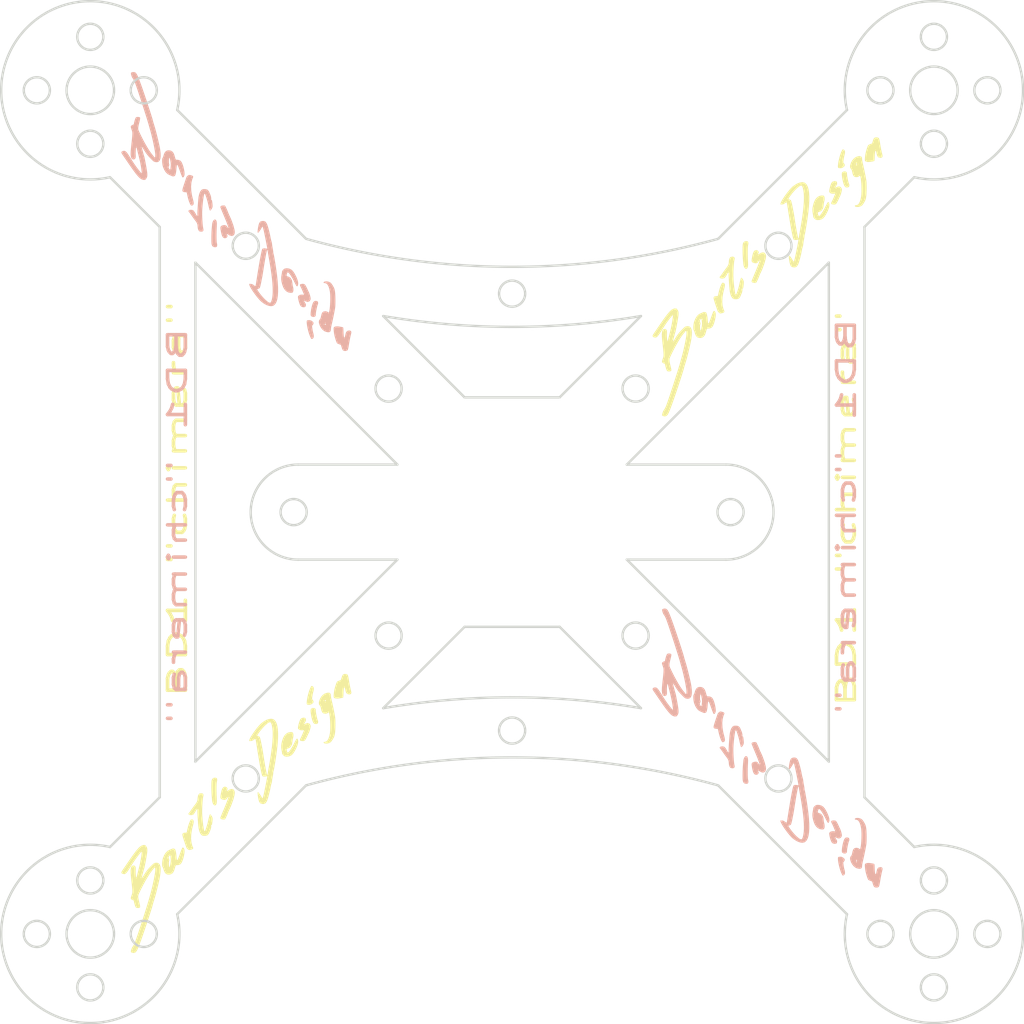
<source format=kicad_pcb>
(kicad_pcb (version 20241229) (generator "pcbnew") (generator_version "9.0")
  (layers (0 "F.Cu" signal) (2 "B.Cu" signal) (13 "F.Paste" user) (15 "B.Paste" user) (5 "F.SilkS" user "F.Silkscreen") (7 "B.SilkS" user "B.Silkscreen") (1 "F.Mask" user) (3 "B.Mask" user) (25 "Edge.Cuts" user))
  (net 0 "")
  (footprint "BDLib:Bart's Design 30mm" (layer "F.Cu") (at 86.4 120 45)
    (property "Reference" "REF**" (hide yes))
    (property "Value" "Bart's Design 30mm" (hide yes))
  )
  (footprint "BDLib:Bart's Design 30mm" (layer "F.Cu") (at 131.107903 74.839782 45)
    (property "Reference" "REF**" (hide yes))
    (property "Value" "Bart's Design 30mm" (hide yes))
  )
  (footprint "BDLib:Bart's Design 30mm" (layer "B.Cu") (at 131.107903 116.220436 -45)
    (property "Reference" "REF**" (hide yes))
    (property "Value" "Bart's Design 30mm" (hide yes))
  )
  (footprint "BDLib:Bart's Design 30mm" (layer "B.Cu") (at 86.4 71.060218 -45)
    (property "Reference" "REF**" (hide yes))
    (property "Value" "Bart's Design 30mm" (hide yes))
  )
  (gr_line (start 106 105.156854) (end 114 105.156854) (stroke (width 0.2)) (layer "Edge.Cuts"))
  (gr_line (start 76.157662 123.685483) (end 80.343146 119.5) (stroke (width 0.2)) (layer "Edge.Cuts"))
  (gr_circle (center 145.5 126.5) (end 146.6 126.5) (stroke (width 0.2)) (fill no) (layer "Edge.Cuts"))
  (gr_circle (center 150 60) (end 151.1 60) (stroke (width 0.2)) (fill no) (layer "Edge.Cuts"))
  (gr_circle (center 74.5 131) (end 76.5 131) (stroke (width 0.2)) (fill no) (layer "Edge.Cuts"))
  (gr_arc (start 120.843146 79) (mid 110 79.910795) (end 99.156854 79) (stroke (width 0.2)) (layer "Edge.Cuts"))
  (gr_arc (start 76.157662 67.314517) (mid 69.196699 54.696699) (end 81.814517 61.657662) (stroke (width 0.2)) (layer "Edge.Cuts"))
  (gr_line (start 138.185483 61.657661) (end 127.343146 72.5) (stroke (width 0.2)) (layer "Edge.Cuts"))
  (gr_line (start 119.656854 99.5) (end 128 99.5) (stroke (width 0.2)) (layer "Edge.Cuts"))
  (gr_line (start 139.656854 71.5) (end 139.656854 119.5) (stroke (width 0.2)) (layer "Edge.Cuts"))
  (gr_line (start 83.343146 74.5) (end 83.343146 116.5) (stroke (width 0.2)) (layer "Edge.Cuts"))
  (gr_line (start 80.343146 71.5) (end 80.343146 119.5) (stroke (width 0.2)) (layer "Edge.Cuts"))
  (gr_line (start 120.843147 112.000001) (end 114 105.156854) (stroke (width 0.2)) (layer "Edge.Cuts"))
  (gr_circle (center 145.5 55.5) (end 146.6 55.5) (stroke (width 0.2)) (fill no) (layer "Edge.Cuts"))
  (gr_circle (center 99.60553 105.89447) (end 100.70553 105.89447) (stroke (width 0.2)) (fill no) (layer "Edge.Cuts"))
  (gr_circle (center 74.5 135.5) (end 75.6 135.5) (stroke (width 0.2)) (fill no) (layer "Edge.Cuts"))
  (gr_line (start 100.343146 99.5) (end 92 99.5) (stroke (width 0.2)) (layer "Edge.Cuts"))
  (gr_circle (center 87.584715 117.915285) (end 88.684715 117.915285) (stroke (width 0.2)) (fill no) (layer "Edge.Cuts"))
  (gr_arc (start 128 91.5) (mid 132 95.5) (end 128 99.5) (stroke (width 0.2)) (layer "Edge.Cuts"))
  (gr_line (start 136.656854 74.5) (end 136.656854 116.5) (stroke (width 0.2)) (layer "Edge.Cuts"))
  (gr_arc (start 127.343148 72.499998) (mid 110 74.856443) (end 92.656856 72.500002) (stroke (width 0.2)) (layer "Edge.Cuts"))
  (gr_circle (center 110 113.884776) (end 111.1 113.884776) (stroke (width 0.2)) (fill no) (layer "Edge.Cuts"))
  (gr_arc (start 138.185483 61.657661) (mid 150.803301 54.696699) (end 143.842338 67.314517) (stroke (width 0.2)) (layer "Edge.Cuts"))
  (gr_arc (start 81.814517 129.342339) (mid 69.196699 136.303301) (end 76.157662 123.685483) (stroke (width 0.2)) (layer "Edge.Cuts"))
  (gr_line (start 143.842338 123.685483) (end 139.656854 119.5) (stroke (width 0.2)) (layer "Edge.Cuts"))
  (gr_circle (center 120.39447 85.10553) (end 121.49447 85.10553) (stroke (width 0.2)) (fill no) (layer "Edge.Cuts"))
  (gr_line (start 136.656854 74.5) (end 119.656854 91.5) (stroke (width 0.2)) (layer "Edge.Cuts"))
  (gr_circle (center 87.584715 73.084715) (end 88.684715 73.084715) (stroke (width 0.2)) (fill no) (layer "Edge.Cuts"))
  (gr_line (start 99.156854 79) (end 106 85.843146) (stroke (width 0.2)) (layer "Edge.Cuts"))
  (gr_circle (center 141 60) (end 142.1 60) (stroke (width 0.2)) (fill no) (layer "Edge.Cuts"))
  (gr_circle (center 74.5 64.5) (end 75.6 64.5) (stroke (width 0.2)) (fill no) (layer "Edge.Cuts"))
  (gr_line (start 83.343146 116.5) (end 100.343146 99.5) (stroke (width 0.2)) (layer "Edge.Cuts"))
  (gr_circle (center 120.39447 105.89447) (end 121.49447 105.89447) (stroke (width 0.2)) (fill no) (layer "Edge.Cuts"))
  (gr_circle (center 74.5 55.5) (end 75.6 55.5) (stroke (width 0.2)) (fill no) (layer "Edge.Cuts"))
  (gr_circle (center 79 131) (end 80.1 131) (stroke (width 0.2)) (fill no) (layer "Edge.Cuts"))
  (gr_circle (center 70 131) (end 71.1 131) (stroke (width 0.2)) (fill no) (layer "Edge.Cuts"))
  (gr_line (start 136.656854 116.5) (end 119.656854 99.5) (stroke (width 0.2)) (layer "Edge.Cuts"))
  (gr_circle (center 70 60) (end 71.1 60) (stroke (width 0.2)) (fill no) (layer "Edge.Cuts"))
  (gr_circle (center 141 131) (end 142.1 131) (stroke (width 0.2)) (fill no) (layer "Edge.Cuts"))
  (gr_line (start 106 105.156854) (end 99.156854 112) (stroke (width 0.2)) (layer "Edge.Cuts"))
  (gr_circle (center 145.5 131) (end 147.5 131) (stroke (width 0.2)) (fill no) (layer "Edge.Cuts"))
  (gr_circle (center 99.60553 85.10553) (end 100.70553 85.10553) (stroke (width 0.2)) (fill no) (layer "Edge.Cuts"))
  (gr_circle (center 132.415285 117.915285) (end 133.515285 117.915285) (stroke (width 0.2)) (fill no) (layer "Edge.Cuts"))
  (gr_circle (center 79 60) (end 80.1 60) (stroke (width 0.2)) (fill no) (layer "Edge.Cuts"))
  (gr_line (start 143.842338 67.314517) (end 139.656854 71.5) (stroke (width 0.2)) (layer "Edge.Cuts"))
  (gr_line (start 81.814517 61.657661) (end 92.656856 72.500002) (stroke (width 0.2)) (layer "Edge.Cuts"))
  (gr_circle (center 145.5 60) (end 147.5 60) (stroke (width 0.2)) (fill no) (layer "Edge.Cuts"))
  (gr_circle (center 145.5 135.5) (end 146.6 135.5) (stroke (width 0.2)) (fill no) (layer "Edge.Cuts"))
  (gr_line (start 106 85.843146) (end 114 85.843146) (stroke (width 0.2)) (layer "Edge.Cuts"))
  (gr_circle (center 74.5 126.5) (end 75.6 126.5) (stroke (width 0.2)) (fill no) (layer "Edge.Cuts"))
  (gr_line (start 114 85.843146) (end 120.843148 78.999998) (stroke (width 0.2)) (layer "Edge.Cuts"))
  (gr_line (start 119.656854 91.5) (end 128 91.5) (stroke (width 0.2)) (layer "Edge.Cuts"))
  (gr_line (start 81.814517 129.342338) (end 92.656854 118.5) (stroke (width 0.2)) (layer "Edge.Cuts"))
  (gr_arc (start 92 99.5) (mid 88 95.5) (end 92 91.5) (stroke (width 0.2)) (layer "Edge.Cuts"))
  (gr_circle (center 74.5 60) (end 76.5 60) (stroke (width 0.2)) (fill no) (layer "Edge.Cuts"))
  (gr_arc (start 99.156854 112) (mid 110 111.089205) (end 120.843147 112.000001) (stroke (width 0.2)) (layer "Edge.Cuts"))
  (gr_line (start 76.157662 67.314517) (end 80.343146 71.5) (stroke (width 0.2)) (layer "Edge.Cuts"))
  (gr_line (start 83.343146 74.5) (end 100.343146 91.5) (stroke (width 0.2)) (layer "Edge.Cuts"))
  (gr_circle (center 132.415285 73.084715) (end 133.515285 73.084715) (stroke (width 0.2)) (fill no) (layer "Edge.Cuts"))
  (gr_circle (center 91.615224 95.5) (end 92.715224 95.5) (stroke (width 0.2)) (fill no) (layer "Edge.Cuts"))
  (gr_arc (start 92.656854 118.5) (mid 110 116.143557) (end 127.343148 118.500002) (stroke (width 0.2)) (layer "Edge.Cuts"))
  (gr_line (start 138.185483 129.342339) (end 127.343148 118.500002) (stroke (width 0.2)) (layer "Edge.Cuts"))
  (gr_circle (center 145.5 64.5) (end 146.6 64.5) (stroke (width 0.2)) (fill no) (layer "Edge.Cuts"))
  (gr_arc (start 143.842338 123.685483) (mid 150.803301 136.303301) (end 138.185483 129.342339) (stroke (width 0.2)) (layer "Edge.Cuts"))
  (gr_circle (center 110 77.115224) (end 111.1 77.115224) (stroke (width 0.2)) (fill no) (layer "Edge.Cuts"))
  (gr_circle (center 150 131) (end 151.1 131) (stroke (width 0.2)) (fill no) (layer "Edge.Cuts"))
  (gr_circle (center 128.384776 95.5) (end 129.484776 95.5) (stroke (width 0.2)) (fill no) (layer "Edge.Cuts"))
  (gr_line (start 100.343146 91.5) (end 92 91.5) (stroke (width 0.2)) (layer "Edge.Cuts"))
  (gr_text "BD1 {dblquote}chimera{dblquote}" (at 82.7 111.4 90) (layer "F.SilkS") (effects (font (size 1.5 3) (thickness 0.3) (bold yes)) (justify left bottom)))
  (gr_text "BD1 {dblquote}chimera{dblquote}" (at 139 112.2 90) (layer "F.SilkS") (effects (font (size 1.5 3) (thickness 0.3) (bold yes)) (justify left bottom)))
  (gr_text "BD1 {dblquote}chimera{dblquote}" (at 139 78.860218 90) (layer "B.SilkS") (effects (font (size 1.5 3) (thickness 0.3) (bold yes)) (justify left bottom mirror)))
  (gr_text "BD1 {dblquote}chimera{dblquote}" (at 82.7 79.660218 90) (layer "B.SilkS") (effects (font (size 1.5 3) (thickness 0.3) (bold yes)) (justify left bottom mirror)))
)
</source>
